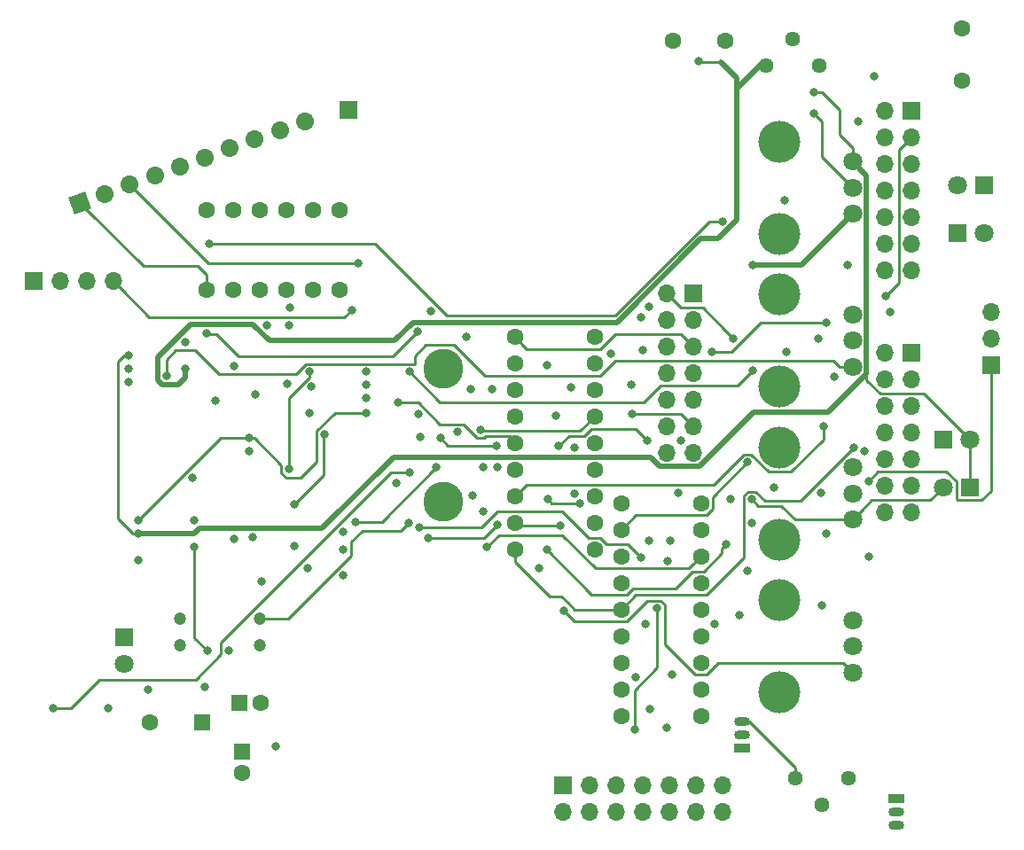
<source format=gbr>
G04 #@! TF.GenerationSoftware,KiCad,Pcbnew,(5.0.0)*
G04 #@! TF.CreationDate,2018-10-11T16:46:39-05:00*
G04 #@! TF.ProjectId,FinalDistCircuit,46696E616C4469737443697263756974,rev?*
G04 #@! TF.SameCoordinates,Original*
G04 #@! TF.FileFunction,Copper,L2,Inr,Signal*
G04 #@! TF.FilePolarity,Positive*
%FSLAX46Y46*%
G04 Gerber Fmt 4.6, Leading zero omitted, Abs format (unit mm)*
G04 Created by KiCad (PCBNEW (5.0.0)) date 10/11/18 16:46:39*
%MOMM*%
%LPD*%
G01*
G04 APERTURE LIST*
G04 #@! TA.AperFunction,ViaPad*
%ADD10O,1.700000X1.700000*%
G04 #@! TD*
G04 #@! TA.AperFunction,ViaPad*
%ADD11R,1.700000X1.700000*%
G04 #@! TD*
G04 #@! TA.AperFunction,WasherPad*
%ADD12C,4.000000*%
G04 #@! TD*
G04 #@! TA.AperFunction,ViaPad*
%ADD13C,1.800000*%
G04 #@! TD*
G04 #@! TA.AperFunction,ViaPad*
%ADD14R,1.600000X1.600000*%
G04 #@! TD*
G04 #@! TA.AperFunction,ViaPad*
%ADD15C,1.600000*%
G04 #@! TD*
G04 #@! TA.AperFunction,ViaPad*
%ADD16C,3.810000*%
G04 #@! TD*
G04 #@! TA.AperFunction,ViaPad*
%ADD17C,1.700000*%
G04 #@! TD*
G04 #@! TA.AperFunction,Conductor*
%ADD18C,1.700000*%
G04 #@! TD*
G04 #@! TA.AperFunction,Conductor*
%ADD19C,0.100000*%
G04 #@! TD*
G04 #@! TA.AperFunction,ViaPad*
%ADD20C,1.440000*%
G04 #@! TD*
G04 #@! TA.AperFunction,ViaPad*
%ADD21R,1.800000X1.800000*%
G04 #@! TD*
G04 #@! TA.AperFunction,ViaPad*
%ADD22O,1.500000X0.900000*%
G04 #@! TD*
G04 #@! TA.AperFunction,ViaPad*
%ADD23R,1.500000X0.900000*%
G04 #@! TD*
G04 #@! TA.AperFunction,ViaPad*
%ADD24C,1.200000*%
G04 #@! TD*
G04 #@! TA.AperFunction,ViaPad*
%ADD25C,0.800000*%
G04 #@! TD*
G04 #@! TA.AperFunction,Conductor*
%ADD26C,0.250000*%
G04 #@! TD*
G04 #@! TA.AperFunction,Conductor*
%ADD27C,0.500000*%
G04 #@! TD*
G04 APERTURE END LIST*
D10*
G04 #@! TO.N,Net-(NeckTonePot1-Pad14)*
G04 #@! TO.C,NeckTonePot1*
X239776000Y-49911000D03*
G04 #@! TO.N,BRGRN2*
X242316000Y-49911000D03*
G04 #@! TO.N,Net-(NeckTonePot1-Pad12)*
X239776000Y-47371000D03*
G04 #@! TO.N,NBLACK*
X242316000Y-47371000D03*
G04 #@! TO.N,Net-(BridgeVolPot1-Pad8)*
X239776000Y-44831000D03*
G04 #@! TO.N,Net-(BridgeTonePot1-Pad10)*
X242316000Y-44831000D03*
G04 #@! TO.N,BRRED2*
X239776000Y-42291000D03*
G04 #@! TO.N,Net-(NeckTonePot1-Pad7)*
X242316000Y-42291000D03*
G04 #@! TO.N,Net-(NeckTonePot1-Pad6)*
X239776000Y-39751000D03*
G04 #@! TO.N,NTONEIN*
X242316000Y-39751000D03*
G04 #@! TO.N,Net-(C27-Pad1)*
X239776000Y-37211000D03*
G04 #@! TO.N,PRESOUT*
X242316000Y-37211000D03*
X239776000Y-34671000D03*
D11*
G04 #@! TO.N,PRESIN*
X242316000Y-34671000D03*
G04 #@! TD*
D12*
G04 #@! TO.N,*
G04 #@! TO.C,BASS*
X229728000Y-81412000D03*
X229728000Y-90212000D03*
D13*
G04 #@! TO.N,BRGRN2*
X236728000Y-83312000D03*
X236728000Y-85812000D03*
G04 #@! TO.N,Net-(BASS1-Pad3)*
X236728000Y-88312000D03*
G04 #@! TD*
D14*
G04 #@! TO.N,Net-(C10-Pad1)*
G04 #@! TO.C,C10*
X174625000Y-93091000D03*
D15*
G04 #@! TO.N,BRGRN2*
X169625000Y-93091000D03*
G04 #@! TD*
D16*
G04 #@! TO.N,Net-(9V1-Pad1)*
G04 #@! TO.C,9V1*
X197612000Y-71945500D03*
G04 #@! TO.N,PWRGND*
X197612001Y-59245499D03*
G04 #@! TD*
D10*
G04 #@! TO.N,BRGRN2*
G04 #@! TO.C,Jack1*
X249936000Y-53848000D03*
G04 #@! TO.N,FinalOut*
X249936000Y-56388000D03*
D11*
G04 #@! TO.N,PWRGND*
X249936000Y-58928000D03*
G04 #@! TD*
D17*
G04 #@! TO.N,BRGRN2*
G04 #@! TO.C,PickupInputs1*
X184422373Y-35615420D03*
D18*
X184422373Y-35615420D02*
X184422373Y-35615420D01*
D17*
G04 #@! TO.N,NGRN*
X182035554Y-36484151D03*
D18*
X182035554Y-36484151D02*
X182035554Y-36484151D01*
D17*
G04 #@! TO.N,NBLACK*
X179648735Y-37352882D03*
D18*
X179648735Y-37352882D02*
X179648735Y-37352882D01*
D17*
X177261916Y-38221613D03*
D18*
X177261916Y-38221613D02*
X177261916Y-38221613D01*
D17*
G04 #@! TO.N,NGRN*
X174875096Y-39090344D03*
D18*
X174875096Y-39090344D02*
X174875096Y-39090344D01*
D17*
G04 #@! TO.N,BRGRN2*
X172488277Y-39959075D03*
D18*
X172488277Y-39959075D02*
X172488277Y-39959075D01*
D17*
G04 #@! TO.N,BRGRN*
X170101458Y-40827807D03*
D18*
X170101458Y-40827807D02*
X170101458Y-40827807D01*
D17*
G04 #@! TO.N,BRWHT*
X167714639Y-41696538D03*
D18*
X167714639Y-41696538D02*
X167714639Y-41696538D01*
D17*
G04 #@! TO.N,BRBLACK*
X165327819Y-42565269D03*
D18*
X165327819Y-42565269D02*
X165327819Y-42565269D01*
D17*
G04 #@! TO.N,BRRED*
X162941000Y-43434000D03*
D19*
G36*
X164030456Y-43942022D02*
X162432978Y-44523456D01*
X161851544Y-42925978D01*
X163449022Y-42344544D01*
X164030456Y-43942022D01*
X164030456Y-43942022D01*
G37*
G04 #@! TD*
D11*
G04 #@! TO.N,GAINPOTOUT*
G04 #@! TO.C,BridgeTonePot1*
X242316000Y-57785000D03*
D10*
X239776000Y-57785000D03*
G04 #@! TO.N,BRTONEGANG2IN*
X242316000Y-60325000D03*
G04 #@! TO.N,BRTONEGANG1OUT*
X239776000Y-60325000D03*
G04 #@! TO.N,BTONEIN*
X242316000Y-62865000D03*
G04 #@! TO.N,BRTONEGANG1IN*
X239776000Y-62865000D03*
G04 #@! TO.N,BRGRN2*
X242316000Y-65405000D03*
G04 #@! TO.N,BRBLACK*
X239776000Y-65405000D03*
G04 #@! TO.N,Net-(BridgeTonePot1-Pad12)*
X242316000Y-67945000D03*
G04 #@! TO.N,Net-(BridgeTonePot1-Pad10)*
X239776000Y-67945000D03*
G04 #@! TO.N,BRWHT*
X242316000Y-70485000D03*
G04 #@! TO.N,Net-(BridgeTonePot1-Pad12)*
X239776000Y-70485000D03*
G04 #@! TO.N,BRGRN2*
X242316000Y-73025000D03*
G04 #@! TO.N,Net-(BridgeTonePot1-Pad14)*
X239776000Y-73025000D03*
G04 #@! TD*
D15*
G04 #@! TO.N,Net-(6pdt2-Pad18)*
G04 #@! TO.C,6pdt2*
X222250000Y-92456000D03*
G04 #@! TO.N,Net-(6pdt2-Pad17)*
X214630000Y-92456000D03*
G04 #@! TO.N,Net-(6pdt2-Pad16)*
X222250000Y-89916000D03*
G04 #@! TO.N,Net-(6pdt2-Pad15)*
X214630000Y-89916000D03*
G04 #@! TO.N,Net-(6pdt2-Pad14)*
X222250000Y-87376000D03*
G04 #@! TO.N,Net-(6pdt2-Pad13)*
X214630000Y-87376000D03*
G04 #@! TO.N,GAINSTAGEPOTIN*
X222250000Y-84836000D03*
G04 #@! TO.N,BRTONEGANG2IN*
X214630000Y-84836000D03*
G04 #@! TO.N,BRTONEGANG1IN*
X222250000Y-82296000D03*
G04 #@! TO.N,BRTONEGANG1OUT*
X214630000Y-82296000D03*
G04 #@! TO.N,Net-(6pdt2-Pad8)*
X222250000Y-79756000D03*
G04 #@! TO.N,BRTONECAPIN*
X214630000Y-79756000D03*
G04 #@! TO.N,ODout*
X222250000Y-77216000D03*
G04 #@! TO.N,OUT*
X214630000Y-77216000D03*
G04 #@! TO.N,FinalOut*
X222250000Y-74676000D03*
G04 #@! TO.N,ODin*
X214630000Y-74676000D03*
G04 #@! TO.N,OUT*
X222250000Y-72136000D03*
G04 #@! TO.N,BRGRN2*
X214630000Y-72136000D03*
G04 #@! TD*
D20*
G04 #@! TO.N,Net-(R13-Pad1)*
G04 #@! TO.C,TRANGAIN1*
X236347000Y-98425000D03*
G04 #@! TO.N,Net-(C8-Pad1)*
X233807000Y-100965000D03*
X231267000Y-98425000D03*
G04 #@! TD*
D10*
G04 #@! TO.N,BROUT*
G04 #@! TO.C,3WaySwitch1*
X166116000Y-50927000D03*
G04 #@! TO.N,OUT*
X163576000Y-50927000D03*
G04 #@! TO.N,NOUT*
X161036000Y-50927000D03*
D11*
G04 #@! TO.N,BRGRN2*
X158496000Y-50927000D03*
G04 #@! TD*
D15*
G04 #@! TO.N,BRRED*
G04 #@! TO.C,4pdt1*
X175006000Y-51752500D03*
G04 #@! TO.N,BRRED2*
X177546000Y-51752500D03*
G04 #@! TO.N,BRGRN*
X180086000Y-51752500D03*
G04 #@! TO.N,NGRN*
X182626000Y-51752500D03*
G04 #@! TO.N,NRED2*
X185166000Y-51752500D03*
G04 #@! TO.N,Net-(4pdt1-Pad6)*
X187706000Y-51752500D03*
X187706000Y-44132500D03*
G04 #@! TO.N,NGRN2*
X185166000Y-44132500D03*
G04 #@! TO.N,NGRN*
X182626000Y-44132500D03*
G04 #@! TO.N,BRRED*
X180086000Y-44132500D03*
G04 #@! TO.N,BRGRN2*
X177546000Y-44132500D03*
G04 #@! TO.N,BRGRN*
X175006000Y-44132500D03*
G04 #@! TD*
G04 #@! TO.N,BVOUTTRAD*
G04 #@! TO.C,6pdt1*
X204470000Y-56261000D03*
G04 #@! TO.N,BVINTRAD*
X212090000Y-56261000D03*
G04 #@! TO.N,BVOUT*
X204470000Y-58801000D03*
G04 #@! TO.N,BRRED2*
X212090000Y-58801000D03*
G04 #@! TO.N,Net-(6pdt1-Pad5)*
X204470000Y-61341000D03*
X212090000Y-61341000D03*
G04 #@! TO.N,NVOUTTRAD*
X204470000Y-63881000D03*
G04 #@! TO.N,NVINTRAD*
X212090000Y-63881000D03*
G04 #@! TO.N,NOUT*
X204470000Y-66421000D03*
G04 #@! TO.N,NTONE*
X212090000Y-66421000D03*
G04 #@! TO.N,Net-(6pdt1-Pad11)*
X204470000Y-68961000D03*
X212090000Y-68961000D03*
G04 #@! TO.N,BRRED2*
X204470000Y-71501000D03*
G04 #@! TO.N,NTONEIN*
X212090000Y-71501000D03*
G04 #@! TO.N,BTONEIN*
X204470000Y-74041000D03*
G04 #@! TO.N,NTONE*
X212090000Y-74041000D03*
G04 #@! TO.N,BRTONEGANG1OUT*
X204470000Y-76581000D03*
G04 #@! TO.N,Net-(6pdt1-Pad18)*
X212090000Y-76581000D03*
G04 #@! TD*
D10*
G04 #@! TO.N,Net-(BridgeVolPot1-Pad14)*
G04 #@! TO.C,BridgeVolPot1*
X218948000Y-67310000D03*
G04 #@! TO.N,BRGRN2*
X221488000Y-67310000D03*
G04 #@! TO.N,BVOUT*
X218948000Y-64770000D03*
G04 #@! TO.N,BROUT*
X221488000Y-64770000D03*
G04 #@! TO.N,NOUT*
X218948000Y-62230000D03*
G04 #@! TO.N,BRGRN2*
X221488000Y-62230000D03*
G04 #@! TO.N,Net-(BridgeVolPot1-Pad8)*
X218948000Y-59690000D03*
G04 #@! TO.N,BVOUT*
X221488000Y-59690000D03*
G04 #@! TO.N,BVINTRAD*
X218948000Y-57150000D03*
G04 #@! TO.N,BVOUTTRAD*
X221488000Y-57150000D03*
G04 #@! TO.N,BRGRN2*
X218948000Y-54610000D03*
G04 #@! TO.N,ODin*
X221488000Y-54610000D03*
G04 #@! TO.N,MASTEROUT*
X218948000Y-52070000D03*
D11*
G04 #@! TO.N,BRGRN2*
X221488000Y-52070000D03*
G04 #@! TD*
D15*
G04 #@! TO.N,Net-(C2-Pad1)*
G04 #@! TO.C,C2*
X247142000Y-26797000D03*
G04 #@! TO.N,BRGRN2*
X247142000Y-31797000D03*
G04 #@! TD*
G04 #@! TO.N,Net-(C6-Pad2)*
G04 #@! TO.C,C6*
X224583000Y-27940000D03*
G04 #@! TO.N,GAINSTAGEPOTIN*
X219583000Y-27940000D03*
G04 #@! TD*
D14*
G04 #@! TO.N,Net-(C14-Pad1)*
G04 #@! TO.C,C14*
X178435000Y-95885000D03*
D15*
G04 #@! TO.N,BRGRN2*
X178435000Y-97885000D03*
G04 #@! TD*
G04 #@! TO.N,BRGRN2*
G04 #@! TO.C,C19*
X180181000Y-91186000D03*
D14*
G04 #@! TO.N,Net-(C19-Pad1)*
X178181000Y-91186000D03*
G04 #@! TD*
D21*
G04 #@! TO.N,GAINPOTOUT*
G04 #@! TO.C,D1*
X246761000Y-46355000D03*
D13*
G04 #@! TO.N,GAINSTAGEPOTIN*
X249301000Y-46355000D03*
G04 #@! TD*
G04 #@! TO.N,GAINPOTOUT*
G04 #@! TO.C,D2*
X246761000Y-41783000D03*
D21*
G04 #@! TO.N,GAINSTAGEPOTIN*
X249301000Y-41783000D03*
G04 #@! TD*
G04 #@! TO.N,Net-(D3-Pad1)*
G04 #@! TO.C,D3*
X167132000Y-84963000D03*
D13*
G04 #@! TO.N,Net-(9V1-Pad1)*
X167132000Y-87503000D03*
G04 #@! TD*
D21*
G04 #@! TO.N,Net-(C13-Pad1)*
G04 #@! TO.C,D4*
X245364000Y-66040000D03*
D13*
G04 #@! TO.N,Vref2*
X247904000Y-66040000D03*
G04 #@! TD*
G04 #@! TO.N,Net-(C13-Pad1)*
G04 #@! TO.C,D5*
X245364000Y-70612000D03*
D21*
G04 #@! TO.N,Vref2*
X247904000Y-70612000D03*
G04 #@! TD*
D11*
G04 #@! TO.N,BRGRN2*
G04 #@! TO.C,GROUNDBRIDGE1*
X188595000Y-34544000D03*
G04 #@! TD*
G04 #@! TO.N,ODMIDGND*
G04 #@! TO.C,NeckVolumePot1*
X209042000Y-99060000D03*
D10*
G04 #@! TO.N,ODMIDOUT*
X209042000Y-101600000D03*
G04 #@! TO.N,ODMIDIN*
X211582000Y-99060000D03*
G04 #@! TO.N,Net-(BridgeVolPot1-Pad8)*
X211582000Y-101600000D03*
G04 #@! TO.N,NVOUTTRAD*
X214122000Y-99060000D03*
G04 #@! TO.N,NVINTRAD*
X214122000Y-101600000D03*
G04 #@! TO.N,Net-(BridgeVolPot1-Pad8)*
X216662000Y-99060000D03*
G04 #@! TO.N,NRED2*
X216662000Y-101600000D03*
G04 #@! TO.N,NTONE*
X219202000Y-99060000D03*
X219202000Y-101600000D03*
G04 #@! TO.N,NGRN2*
X221742000Y-99060000D03*
G04 #@! TO.N,Net-(BridgeVolPot1-Pad8)*
X221742000Y-101600000D03*
G04 #@! TO.N,BRGRN2*
X224282000Y-99060000D03*
G04 #@! TO.N,Net-(NeckVolumePot1-Pad14)*
X224282000Y-101600000D03*
G04 #@! TD*
D22*
G04 #@! TO.N,Net-(Q1-Pad2)*
G04 #@! TO.C,Q1*
X240919000Y-101600000D03*
G04 #@! TO.N,Net-(C8-Pad2)*
X240919000Y-102870000D03*
D23*
G04 #@! TO.N,Net-(C8-Pad1)*
X240919000Y-100330000D03*
G04 #@! TD*
D22*
G04 #@! TO.N,Net-(Q2-Pad2)*
G04 #@! TO.C,Q2*
X226187000Y-94234000D03*
G04 #@! TO.N,Net-(C8-Pad1)*
X226187000Y-92964000D03*
D23*
G04 #@! TO.N,Net-(C8-Pad2)*
X226187000Y-95504000D03*
G04 #@! TD*
D20*
G04 #@! TO.N,Net-(C12-Pad2)*
G04 #@! TO.C,RANGE1*
X233553000Y-30353000D03*
G04 #@! TO.N,PRESIN*
X231013000Y-27813000D03*
X228473000Y-30353000D03*
G04 #@! TD*
D12*
G04 #@! TO.N,*
G04 #@! TO.C,TIGHT*
X229728000Y-52202000D03*
X229728000Y-61002000D03*
D13*
G04 #@! TO.N,Vref*
X236728000Y-54102000D03*
X236728000Y-56602000D03*
G04 #@! TO.N,Net-(R7-Pad2)*
X236728000Y-59102000D03*
G04 #@! TD*
D24*
G04 #@! TO.N,Net-(C25-Pad1)*
G04 #@! TO.C,TRBLD1*
X180086000Y-83185000D03*
G04 #@! TO.N,BVINTRAD*
X172466000Y-83185000D03*
G04 #@! TO.N,Net-(C26-Pad2)*
X180086000Y-85725000D03*
G04 #@! TO.N,NVOUTTRAD*
X172466000Y-85725000D03*
G04 #@! TD*
D13*
G04 #@! TO.N,Net-(C13-Pad1)*
G04 #@! TO.C,TREBLE*
X236728000Y-73707000D03*
G04 #@! TO.N,Net-(TREBLE1-Pad2)*
X236728000Y-71207000D03*
G04 #@! TO.N,Net-(C16-Pad1)*
X236728000Y-68707000D03*
D12*
G04 #@! TO.N,*
X229728000Y-75607000D03*
X229728000Y-66807000D03*
G04 #@! TD*
D13*
G04 #@! TO.N,Net-(R27-Pad1)*
G04 #@! TO.C,VOL*
X236728000Y-44497000D03*
G04 #@! TO.N,Net-(R29-Pad1)*
X236728000Y-41997000D03*
G04 #@! TO.N,Vref2*
X236728000Y-39497000D03*
D12*
G04 #@! TO.N,*
X229728000Y-46397000D03*
X229728000Y-37597000D03*
G04 #@! TD*
D25*
G04 #@! TO.N,BROUT*
X207518000Y-58928000D03*
X215646000Y-63627000D03*
X188912500Y-53657500D03*
G04 #@! TO.N,OUT*
X216535000Y-54356000D03*
X213614000Y-57875000D03*
X216662000Y-57531000D03*
X195199000Y-55734001D03*
X175069500Y-55880000D03*
G04 #@! TO.N,NOUT*
X193294000Y-62484000D03*
G04 #@! TO.N,BRGRN2*
X180286000Y-79629000D03*
X173703000Y-69723000D03*
X184879000Y-59563000D03*
X182880000Y-68888000D03*
G04 #@! TO.N,BRRED2*
X209804000Y-61087000D03*
X233934000Y-64770000D03*
G04 #@! TO.N,NRED2*
X208407000Y-63754000D03*
X196504605Y-53812395D03*
X206756000Y-78359000D03*
G04 #@! TO.N,NGRN2*
X233807000Y-81915000D03*
X216535000Y-77343000D03*
X195326000Y-74422000D03*
X193167000Y-70231000D03*
X182753000Y-60706000D03*
X183007000Y-53467000D03*
G04 #@! TO.N,BVOUTTRAD*
X195289942Y-63590942D03*
G04 #@! TO.N,BVINTRAD*
X183388000Y-76200000D03*
X201422000Y-72898000D03*
G04 #@! TO.N,NVOUTTRAD*
X189230000Y-73914000D03*
X196977000Y-68707000D03*
X216027000Y-88773000D03*
X210185000Y-71247000D03*
G04 #@! TO.N,NVINTRAD*
X215900000Y-93726000D03*
X218059000Y-82169000D03*
X201205591Y-65122409D03*
X202329000Y-61214000D03*
G04 #@! TO.N,NTONE*
X225933000Y-82804000D03*
G04 #@! TO.N,NTONEIN*
X234188000Y-54864000D03*
X223266000Y-57658000D03*
X220345000Y-66167000D03*
X220089590Y-71120000D03*
G04 #@! TO.N,BTONEIN*
X223520000Y-83693000D03*
X208788000Y-74295000D03*
G04 #@! TO.N,BRTONEGANG1OUT*
X236855000Y-66802000D03*
G04 #@! TO.N,GAINSTAGEPOTIN*
X179103000Y-67183000D03*
G04 #@! TO.N,BRTONEGANG2IN*
X237871000Y-67183000D03*
X219075000Y-77616001D03*
G04 #@! TO.N,BRTONECAPIN*
X210185000Y-66821001D03*
G04 #@! TO.N,ODout*
X201803000Y-76327000D03*
G04 #@! TO.N,FinalOut*
X238252000Y-77216000D03*
G04 #@! TO.N,ODin*
X226695000Y-68199000D03*
G04 #@! TO.N,PWRGND*
X208661000Y-66675000D03*
X217133000Y-66167000D03*
X227093999Y-74006999D03*
X238274154Y-69999154D03*
G04 #@! TO.N,Net-(BASS1-Pad3)*
X179414942Y-75401942D03*
X209166958Y-82425042D03*
G04 #@! TO.N,BRWHT*
X233680000Y-71120000D03*
X229235000Y-70612000D03*
X217297000Y-53340000D03*
X189484000Y-49166999D03*
G04 #@! TO.N,BRBLACK*
X175260000Y-47371000D03*
X224282000Y-45212000D03*
X234950000Y-60071000D03*
X230378000Y-57658000D03*
G04 #@! TO.N,MASTEROUT*
X225371000Y-56388000D03*
G04 #@! TO.N,Net-(C2-Pad1)*
X236238000Y-49403000D03*
X238760000Y-31369000D03*
G04 #@! TO.N,Net-(C4-Pad1)*
X175895000Y-62357000D03*
G04 #@! TO.N,Net-(C5-Pad1)*
X179705000Y-61704000D03*
G04 #@! TO.N,Net-(C6-Pad2)*
X215605000Y-60833000D03*
G04 #@! TO.N,Net-(C8-Pad1)*
X219456000Y-88519000D03*
X167607000Y-60579000D03*
G04 #@! TO.N,Net-(C10-Pad1)*
X179103000Y-65913000D03*
X168496000Y-73787000D03*
X190279000Y-63480999D03*
G04 #@! TO.N,Net-(C12-Pad2)*
X226695000Y-78613000D03*
G04 #@! TO.N,PRESIN*
X173007000Y-59309000D03*
X221996000Y-29863000D03*
G04 #@! TO.N,Net-(C13-Pad1)*
X227094000Y-71755000D03*
G04 #@! TO.N,Net-(C14-Pad1)*
X181610000Y-95386000D03*
X174842500Y-89662000D03*
X177165000Y-86233000D03*
G04 #@! TO.N,Net-(C17-Pad2)*
X177673000Y-59055000D03*
G04 #@! TO.N,Net-(C17-Pad1)*
X184879000Y-63480999D03*
X180830000Y-55118000D03*
G04 #@! TO.N,Net-(C18-Pad1)*
X183388000Y-72263000D03*
X186309000Y-65532000D03*
G04 #@! TO.N,ODMIDIN*
X160408000Y-91694000D03*
X194437000Y-69215000D03*
X190279000Y-62103000D03*
G04 #@! TO.N,Net-(C21-Pad2)*
X190279000Y-60833000D03*
X197358000Y-65913000D03*
X202760153Y-66616153D03*
X217288000Y-75692000D03*
X210678074Y-72116989D03*
X207645000Y-71755000D03*
X202819000Y-68707000D03*
G04 #@! TO.N,Net-(C23-Pad1)*
X165608000Y-91694000D03*
X169418000Y-89916000D03*
X184658000Y-78359000D03*
X188042152Y-74885152D03*
G04 #@! TO.N,Net-(C25-Pad1)*
X194310000Y-74041000D03*
X195467024Y-65818024D03*
X199880000Y-56261000D03*
G04 #@! TO.N,Net-(C26-Pad2)*
X200406000Y-71374000D03*
X201422000Y-68707000D03*
X198978509Y-65299491D03*
X200279000Y-61214000D03*
G04 #@! TO.N,Net-(BridgeVolPot1-Pad8)*
X240284000Y-53848000D03*
G04 #@! TO.N,PRESIN*
X237245000Y-35687000D03*
G04 #@! TO.N,Vref2*
X168496000Y-75057000D03*
X167607000Y-58039000D03*
X173007000Y-56769000D03*
X233045000Y-32884000D03*
G04 #@! TO.N,NBLACK*
X230251000Y-43180000D03*
G04 #@! TO.N,PRESOUT*
X225044000Y-71755000D03*
X239903000Y-52324000D03*
G04 #@! TO.N,ODMIDGND*
X218948000Y-93599000D03*
X216916000Y-83675000D03*
G04 #@! TO.N,ODMIDOUT*
X219338000Y-75692000D03*
G04 #@! TO.N,Vref*
X173896000Y-73787000D03*
X233444000Y-56388000D03*
G04 #@! TO.N,Net-(R7-Pad2)*
X171196000Y-59944000D03*
G04 #@! TO.N,Net-(R13-Pad1)*
X188087000Y-78994000D03*
X217406000Y-91821000D03*
X167607000Y-59309000D03*
X188087000Y-76581000D03*
G04 #@! TO.N,Net-(R22-Pad1)*
X173896000Y-76327000D03*
X175115000Y-86233000D03*
G04 #@! TO.N,Net-(R27-Pad1)*
X227203000Y-49403000D03*
X182880000Y-55118000D03*
G04 #@! TO.N,Net-(R28-Pad1)*
X177673000Y-75547000D03*
X168496000Y-77597000D03*
G04 #@! TO.N,Net-(R29-Pad1)*
X227203000Y-59436000D03*
X194446000Y-59563000D03*
X233045000Y-34934000D03*
G04 #@! TO.N,Net-(R30-Pad2)*
X190279000Y-59563000D03*
G04 #@! TO.N,Net-(TREBLE1-Pad2)*
X185031653Y-60985653D03*
X196215000Y-75438000D03*
X202819000Y-74168000D03*
X234188000Y-75057000D03*
X224663000Y-76073000D03*
X207520042Y-76578958D03*
G04 #@! TD*
D26*
G04 #@! TO.N,BROUT*
X220638001Y-63920001D02*
X221488000Y-64770000D01*
X220312999Y-63594999D02*
X220638001Y-63920001D01*
X216243686Y-63594999D02*
X220312999Y-63594999D01*
X216211685Y-63627000D02*
X216243686Y-63594999D01*
X215646000Y-63627000D02*
X216211685Y-63627000D01*
X166965999Y-51776999D02*
X166116000Y-50927000D01*
X169581999Y-54392999D02*
X166965999Y-51776999D01*
X188177001Y-54392999D02*
X169581999Y-54392999D01*
X188912500Y-53657500D02*
X188177001Y-54392999D01*
G04 #@! TO.N,OUT*
X178054000Y-58102500D02*
X192830501Y-58102500D01*
X175958500Y-56007000D02*
X178054000Y-58102500D01*
X192830501Y-58102500D02*
X195199000Y-55734001D01*
X175958500Y-56007000D02*
X175196500Y-56007000D01*
X175196500Y-56007000D02*
X175069500Y-55880000D01*
G04 #@! TO.N,NOUT*
X195256002Y-62484000D02*
X193294000Y-62484000D01*
X197346492Y-64574490D02*
X195256002Y-62484000D01*
X199584670Y-64574490D02*
X197346492Y-64574490D01*
X204470000Y-66421000D02*
X204470000Y-66167000D01*
X204470000Y-66167000D02*
X203997919Y-65694919D01*
X203997919Y-65694919D02*
X201706083Y-65694919D01*
X201706083Y-65694919D02*
X201553592Y-65847410D01*
X201553592Y-65847410D02*
X200857590Y-65847410D01*
X200857590Y-65847410D02*
X199584670Y-64574490D01*
G04 #@! TO.N,BRGRN2*
X182880000Y-62112000D02*
X182880000Y-68888000D01*
X184879000Y-60113000D02*
X182880000Y-62112000D01*
X184879000Y-59563000D02*
X184879000Y-60113000D01*
G04 #@! TO.N,BRRED*
X163674885Y-44167885D02*
X162941000Y-43434000D01*
X168999001Y-49492001D02*
X163674885Y-44167885D01*
X174206001Y-49492001D02*
X168999001Y-49492001D01*
X175006000Y-51752500D02*
X175006000Y-50292000D01*
X175006000Y-50292000D02*
X174206001Y-49492001D01*
G04 #@! TO.N,BRRED2*
X233934000Y-66042002D02*
X233934000Y-64770000D01*
X230844001Y-69132001D02*
X233934000Y-66042002D01*
X205595001Y-70375999D02*
X223444999Y-70375999D01*
X204470000Y-71501000D02*
X205595001Y-70375999D01*
X223444999Y-70375999D02*
X226346999Y-67473999D01*
X226346999Y-67473999D02*
X227043001Y-67473999D01*
X227043001Y-67473999D02*
X228701003Y-69132001D01*
X228701003Y-69132001D02*
X230844001Y-69132001D01*
G04 #@! TO.N,NGRN2*
X201295000Y-74422000D02*
X195453000Y-74422000D01*
X202801001Y-72915999D02*
X201295000Y-74422000D01*
X215232999Y-76040999D02*
X213215001Y-76040999D01*
X216535000Y-77343000D02*
X215232999Y-76040999D01*
X213215001Y-76040999D02*
X212630001Y-75455999D01*
X212630001Y-75455999D02*
X211549999Y-75455999D01*
X211549999Y-75455999D02*
X209009999Y-72915999D01*
X209009999Y-72915999D02*
X202801001Y-72915999D01*
G04 #@! TO.N,BVOUTTRAD*
X205269999Y-57060999D02*
X204470000Y-56261000D01*
X205595001Y-57386001D02*
X205269999Y-57060999D01*
X212630001Y-57386001D02*
X205595001Y-57386001D01*
X214041003Y-55974999D02*
X212630001Y-57386001D01*
X220312999Y-55974999D02*
X214041003Y-55974999D01*
X221488000Y-57150000D02*
X220312999Y-55974999D01*
G04 #@! TO.N,NVOUTTRAD*
X189230000Y-73914000D02*
X191770000Y-73914000D01*
X191770000Y-73914000D02*
X196977000Y-68707000D01*
G04 #@! TO.N,NVINTRAD*
X218059000Y-87814002D02*
X218059000Y-82169000D01*
X215900000Y-93726000D02*
X215900000Y-89973002D01*
X215900000Y-89973002D02*
X218059000Y-87814002D01*
X201328091Y-65244909D02*
X201205591Y-65122409D01*
X210726091Y-65244909D02*
X201328091Y-65244909D01*
X212090000Y-63881000D02*
X210726091Y-65244909D01*
G04 #@! TO.N,NTONEIN*
X223831685Y-57658000D02*
X223266000Y-57658000D01*
X225174002Y-57658000D02*
X223831685Y-57658000D01*
X227968002Y-54864000D02*
X225174002Y-57658000D01*
X234188000Y-54864000D02*
X227968002Y-54864000D01*
G04 #@! TO.N,BTONEIN*
X204724000Y-74295000D02*
X204470000Y-74041000D01*
X208788000Y-74295000D02*
X204724000Y-74295000D01*
G04 #@! TO.N,BRTONEGANG1OUT*
X214630000Y-82296000D02*
X210185000Y-82296000D01*
X216044999Y-80881001D02*
X222790001Y-80881001D01*
X214630000Y-82296000D02*
X216044999Y-80881001D01*
X222790001Y-80881001D02*
X226368999Y-77302003D01*
X226368999Y-77302003D02*
X226368999Y-71406999D01*
X226368999Y-71406999D02*
X226745999Y-71029999D01*
X204470000Y-76581000D02*
X204470000Y-77712370D01*
X204470000Y-77712370D02*
X207402630Y-80645000D01*
X208915000Y-81026000D02*
X209550000Y-81661000D01*
X207783630Y-81026000D02*
X208915000Y-81026000D01*
X210185000Y-82296000D02*
X209550000Y-81661000D01*
X207402630Y-80645000D02*
X207783630Y-81026000D01*
X226745999Y-71029999D02*
X227203000Y-71029999D01*
X227457000Y-71029999D02*
X227493999Y-71029999D01*
X227203000Y-71029999D02*
X227457000Y-71029999D01*
X227493999Y-71029999D02*
X228392362Y-71928362D01*
X234061000Y-69596000D02*
X236855000Y-66802000D01*
X231728638Y-71928362D02*
X228727000Y-71928362D01*
X234061000Y-69596000D02*
X231728638Y-71928362D01*
X228392362Y-71928362D02*
X228727000Y-71928362D01*
X228727000Y-71928362D02*
X231347638Y-71928362D01*
G04 #@! TO.N,ODout*
X221450001Y-78015999D02*
X222250000Y-77216000D01*
X221124999Y-78341001D02*
X221450001Y-78015999D01*
X212184999Y-78341001D02*
X221124999Y-78341001D01*
X209027998Y-75184000D02*
X212184999Y-78341001D01*
X202946000Y-75184000D02*
X209027998Y-75184000D01*
X201803000Y-76327000D02*
X202946000Y-75184000D01*
G04 #@! TO.N,ODin*
X223375001Y-71518999D02*
X226695000Y-68199000D01*
X223375001Y-72676001D02*
X223375001Y-71518999D01*
X222790001Y-73261001D02*
X223375001Y-72676001D01*
X214630000Y-74676000D02*
X216044999Y-73261001D01*
X216044999Y-73261001D02*
X222790001Y-73261001D01*
G04 #@! TO.N,PWRGND*
X211151079Y-65694919D02*
X211821998Y-65024000D01*
X208661000Y-66675000D02*
X209641081Y-65694919D01*
X209641081Y-65694919D02*
X211151079Y-65694919D01*
X211821998Y-65024000D02*
X215990000Y-65024000D01*
X215990000Y-65024000D02*
X217133000Y-66167000D01*
X245685003Y-69120001D02*
X246634000Y-70068998D01*
X238274154Y-69999154D02*
X239153307Y-69120001D01*
X239153307Y-69120001D02*
X245685003Y-69120001D01*
X249936000Y-60028000D02*
X249936000Y-58928000D01*
X249936000Y-70965002D02*
X249936000Y-60028000D01*
X249064001Y-71837001D02*
X249936000Y-70965002D01*
X246743999Y-71837001D02*
X249064001Y-71837001D01*
X246634000Y-71727002D02*
X246743999Y-71837001D01*
X246634000Y-70068998D02*
X246634000Y-71727002D01*
G04 #@! TO.N,Net-(BASS1-Pad3)*
X210162917Y-83421001D02*
X209166958Y-82425042D01*
X215170001Y-83421001D02*
X210162917Y-83421001D01*
X217147003Y-81443999D02*
X215170001Y-83421001D01*
X218407001Y-81443999D02*
X217147003Y-81443999D01*
X218784001Y-81820999D02*
X218407001Y-81443999D01*
X235828001Y-87412001D02*
X223879001Y-87412001D01*
X236728000Y-88312000D02*
X235828001Y-87412001D01*
X223879001Y-87412001D02*
X222790001Y-88501001D01*
X222790001Y-88501001D02*
X221709999Y-88501001D01*
X221709999Y-88501001D02*
X218784001Y-85575003D01*
X218784001Y-85575003D02*
X218784001Y-81820999D01*
G04 #@! TO.N,BRWHT*
X167714639Y-41696538D02*
X175185100Y-49166999D01*
X175185100Y-49166999D02*
X189484000Y-49166999D01*
G04 #@! TO.N,BRBLACK*
X191136212Y-47371000D02*
X197994212Y-54229000D01*
X175260000Y-47371000D02*
X191136212Y-47371000D01*
X223068812Y-45212000D02*
X224282000Y-45212000D01*
X197994212Y-54229000D02*
X214051812Y-54229000D01*
X214051812Y-54229000D02*
X223068812Y-45212000D01*
G04 #@! TO.N,MASTEROUT*
X224599653Y-55616653D02*
X225371000Y-56388000D01*
X222417999Y-53434999D02*
X224599653Y-55616653D01*
X220312999Y-53434999D02*
X222417999Y-53434999D01*
X218948000Y-52070000D02*
X220312999Y-53434999D01*
G04 #@! TO.N,Net-(C8-Pad1)*
X226824233Y-92964000D02*
X226187000Y-92964000D01*
X231267000Y-97406767D02*
X226824233Y-92964000D01*
X231267000Y-98425000D02*
X231267000Y-97406767D01*
G04 #@! TO.N,Net-(C10-Pad1)*
X179103000Y-65913000D02*
X176370000Y-65913000D01*
X176370000Y-65913000D02*
X168496000Y-73787000D01*
X182154999Y-69236001D02*
X182641998Y-69723000D01*
X182154999Y-68489999D02*
X182154999Y-69236001D01*
X179103000Y-65913000D02*
X179578000Y-65913000D01*
X179578000Y-65913000D02*
X182154999Y-68489999D01*
X187286999Y-63480999D02*
X190279000Y-63480999D01*
X185583999Y-65183999D02*
X187286999Y-63480999D01*
X185583999Y-68143000D02*
X185583999Y-65183999D01*
X184003999Y-69723000D02*
X185583999Y-68143000D01*
X182641998Y-69723000D02*
X184003999Y-69723000D01*
D27*
G04 #@! TO.N,PRESIN*
X228092000Y-30099000D02*
X225679000Y-32512000D01*
X225679000Y-31514000D02*
X224155000Y-29990000D01*
X225679000Y-32512000D02*
X225679000Y-31514000D01*
D26*
X224155000Y-29990000D02*
X222123000Y-29990000D01*
X222123000Y-29990000D02*
X221996000Y-29863000D01*
G04 #@! TO.N,Net-(C13-Pad1)*
X237627999Y-72807001D02*
X236728000Y-73707000D01*
X238585001Y-71849999D02*
X237627999Y-72807001D01*
X244126001Y-71849999D02*
X238585001Y-71849999D01*
X245364000Y-70612000D02*
X244126001Y-71849999D01*
X235455208Y-73707000D02*
X236728000Y-73707000D01*
X231269002Y-73707000D02*
X235455208Y-73707000D01*
X229940374Y-72378372D02*
X231269002Y-73707000D01*
X227717372Y-72378372D02*
X229940374Y-72378372D01*
X227094000Y-71755000D02*
X227717372Y-72378372D01*
G04 #@! TO.N,Net-(C18-Pad1)*
X186182000Y-65659000D02*
X186309000Y-65532000D01*
X186182000Y-69469000D02*
X186182000Y-65659000D01*
X183388000Y-72263000D02*
X186182000Y-69469000D01*
G04 #@! TO.N,ODMIDIN*
X192686998Y-69215000D02*
X194437000Y-69215000D01*
X176439999Y-85461999D02*
X192686998Y-69215000D01*
X176439999Y-86581001D02*
X176439999Y-85461999D01*
X164775000Y-89027000D02*
X173994000Y-89027000D01*
X162108000Y-91694000D02*
X164775000Y-89027000D01*
X160408000Y-91694000D02*
X162108000Y-91694000D01*
X173994000Y-89027000D02*
X176439999Y-86581001D01*
G04 #@! TO.N,Net-(C21-Pad2)*
X202729744Y-66646562D02*
X202760153Y-66616153D01*
X197358000Y-65913000D02*
X198091562Y-66646562D01*
X198091562Y-66646562D02*
X202729744Y-66646562D01*
X210678074Y-72116989D02*
X208006989Y-72116989D01*
X208006989Y-72116989D02*
X207645000Y-71755000D01*
G04 #@! TO.N,Net-(C25-Pad1)*
X188849000Y-77158998D02*
X188849000Y-75819000D01*
X180086000Y-83185000D02*
X182822998Y-83185000D01*
X182822998Y-83185000D02*
X188849000Y-77158998D01*
X193619001Y-74731999D02*
X194310000Y-74041000D01*
X188849000Y-75819000D02*
X189936001Y-74731999D01*
X189936001Y-74731999D02*
X193619001Y-74731999D01*
D27*
G04 #@! TO.N,PRESIN*
X214229998Y-54864000D02*
X222230998Y-46863000D01*
X194752483Y-54864000D02*
X214229998Y-54864000D01*
X193032482Y-56584001D02*
X194752483Y-54864000D01*
X181037999Y-56584001D02*
X193032482Y-56584001D01*
X179483997Y-55029999D02*
X181037999Y-56584001D01*
X173487999Y-55029999D02*
X179483997Y-55029999D01*
X170345999Y-58171999D02*
X173487999Y-55029999D01*
X170345999Y-60352001D02*
X170345999Y-58171999D01*
X225679000Y-45085000D02*
X225679000Y-32512000D01*
X223901000Y-46863000D02*
X225679000Y-45085000D01*
X170787999Y-60794001D02*
X170345999Y-60352001D01*
X172321999Y-60794001D02*
X170787999Y-60794001D01*
X222230998Y-46863000D02*
X223901000Y-46863000D01*
X173007000Y-60109000D02*
X172321999Y-60794001D01*
X173007000Y-59309000D02*
X173007000Y-60109000D01*
G04 #@! TO.N,Vref2*
X237627999Y-40396999D02*
X236728000Y-39497000D01*
X238078001Y-40847001D02*
X237627999Y-40396999D01*
X238078001Y-59750001D02*
X238078001Y-40847001D01*
D26*
X247004001Y-65140001D02*
X247904000Y-66040000D01*
X243553999Y-61689999D02*
X247004001Y-65140001D01*
X239401997Y-61689999D02*
X243553999Y-61689999D01*
X238078001Y-60366003D02*
X239401997Y-61689999D01*
X238078001Y-59750001D02*
X238078001Y-60366003D01*
X247904000Y-70612000D02*
X247904000Y-66040000D01*
D27*
X234376001Y-63452001D02*
X238078001Y-59750001D01*
X222112001Y-68610001D02*
X227270001Y-63452001D01*
X218323999Y-68610001D02*
X222112001Y-68610001D01*
X168496000Y-75057000D02*
X173884002Y-75057000D01*
X174392002Y-74549000D02*
X186074999Y-74549000D01*
X227270001Y-63452001D02*
X234376001Y-63452001D01*
X186074999Y-74549000D02*
X192913000Y-67710999D01*
X192913000Y-67710999D02*
X217424997Y-67710999D01*
X173884002Y-75057000D02*
X174392002Y-74549000D01*
X217424997Y-67710999D02*
X218323999Y-68610001D01*
D26*
X167132000Y-58039000D02*
X167607000Y-58039000D01*
X166582000Y-58589000D02*
X167132000Y-58039000D01*
X166582000Y-73618000D02*
X166582000Y-58589000D01*
X168021000Y-75057000D02*
X166582000Y-73618000D01*
X168496000Y-75057000D02*
X168021000Y-75057000D01*
X236728000Y-38224208D02*
X235458000Y-36954208D01*
X236728000Y-39497000D02*
X236728000Y-38224208D01*
X235458000Y-36954208D02*
X235458000Y-34535000D01*
X235458000Y-34535000D02*
X233807000Y-32884000D01*
X233807000Y-32884000D02*
X233045000Y-32884000D01*
G04 #@! TO.N,PRESOUT*
X241466001Y-38060999D02*
X242316000Y-37211000D01*
X241140999Y-38386001D02*
X241466001Y-38060999D01*
X241140999Y-51086001D02*
X241140999Y-38386001D01*
X239903000Y-52324000D02*
X241140999Y-51086001D01*
G04 #@! TO.N,Net-(R7-Pad2)*
X235455208Y-59102000D02*
X236728000Y-59102000D01*
X234868207Y-58514999D02*
X235455208Y-59102000D01*
X214041003Y-58514999D02*
X234868207Y-58514999D01*
X212630001Y-59926001D02*
X214041003Y-58514999D01*
X194918499Y-58057999D02*
X195961000Y-57015498D01*
X194918499Y-58837999D02*
X194918499Y-58057999D01*
X184530999Y-58837999D02*
X194918499Y-58837999D01*
X171196000Y-58420000D02*
X172121999Y-57494001D01*
X201592905Y-59926001D02*
X212630001Y-59926001D01*
X172121999Y-57494001D02*
X173953001Y-57494001D01*
X195961000Y-57015498D02*
X198682402Y-57015498D01*
X171196000Y-59944000D02*
X171196000Y-58420000D01*
X173953001Y-57494001D02*
X176239001Y-59780001D01*
X198682402Y-57015498D02*
X201592905Y-59926001D01*
X176239001Y-59780001D02*
X183588997Y-59780001D01*
X183588997Y-59780001D02*
X184530999Y-58837999D01*
G04 #@! TO.N,Net-(R22-Pad1)*
X173896000Y-76327000D02*
X173896000Y-85014000D01*
X173896000Y-85014000D02*
X175115000Y-86233000D01*
D27*
G04 #@! TO.N,Net-(R27-Pad1)*
X236728000Y-44497000D02*
X231822000Y-49403000D01*
X231822000Y-49403000D02*
X227203000Y-49403000D01*
D26*
G04 #@! TO.N,Net-(R29-Pad1)*
X236728000Y-41997000D02*
X233807000Y-39076000D01*
X197349001Y-62466001D02*
X194446000Y-59563000D01*
X216782999Y-62466001D02*
X197349001Y-62466001D01*
X218383999Y-60865001D02*
X216782999Y-62466001D01*
X225773999Y-60865001D02*
X218383999Y-60865001D01*
X227203000Y-59436000D02*
X225773999Y-60865001D01*
X233807000Y-35696000D02*
X233045000Y-34934000D01*
X233807000Y-36449000D02*
X233807000Y-35696000D01*
X233807000Y-39076000D02*
X233807000Y-36449000D01*
G04 #@! TO.N,Net-(TREBLE1-Pad2)*
X196215000Y-75438000D02*
X201549000Y-75438000D01*
X201549000Y-75438000D02*
X202819000Y-74168000D01*
X215170001Y-80881001D02*
X211818001Y-80881001D01*
X224263001Y-76472999D02*
X224263001Y-76868001D01*
X224663000Y-76073000D02*
X224263001Y-76472999D01*
X224263001Y-76868001D02*
X222500003Y-78630999D01*
X222500003Y-78630999D02*
X221471411Y-78630999D01*
X215755001Y-80296001D02*
X215170001Y-80881001D01*
X221471411Y-78630999D02*
X219806409Y-80296001D01*
X219806409Y-80296001D02*
X215755001Y-80296001D01*
X211818001Y-80881001D02*
X211818001Y-80876917D01*
X211818001Y-80876917D02*
X207520042Y-76578958D01*
G04 #@! TD*
M02*

</source>
